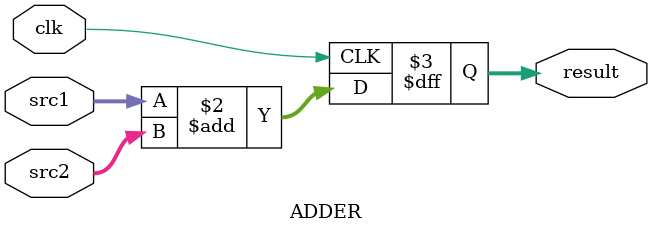
<source format=v>

module ADDER(
	input wire clk,
	input wire [7:0] src1,
	input wire [7:0] src2,
	output reg [15:0] result
);

always@(posedge clk) begin
	result = src1 + src2;

end

endmodule
</source>
